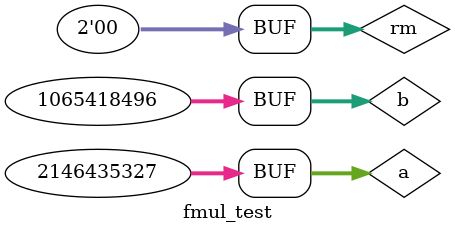
<source format=v>
`timescale 1ns / 1ps

module fmul_test();
    reg [31:0]a,b;
    reg [1:0]rm;
    wire [31:0]s;
    initial begin
        a=32'h3fc0_0000;
        b=32'h3fc0_0000;
        rm=2'b0;
        #5;a=32'h0080_0000;b=32'h0080_0000;
        #5;a=32'h7f7f_ffff;b=32'h7f7f_ffff;
        #5;a=32'h0080_0000;b=32'h3f00_0000;
        #5;a=32'h003f_ffff;b=32'h4000_0000;
        #5;a=32'h7f80_0000;b=32'h00ff_ffff;
        #5;b=32'h0000_0000;
        #5;a=32'h7ff0_00ff;b=32'h3f80_ff00;
    end
    fmul_design  fmul_design_inst (
    .a(a),
    .b(b),
    .rm(rm),
    .s(s)
  );
endmodule

</source>
